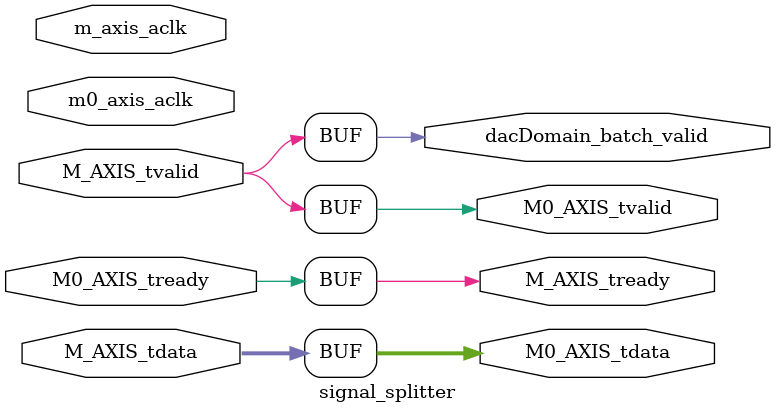
<source format=v>
`timescale 1ns / 1ps
module signal_splitter(input m_axis_aclk, m0_axis_aclk,
			input M_AXIS_tvalid,
			output M_AXIS_tready,
			input[255:0] M_AXIS_tdata,
			output M0_AXIS_tvalid,
			input M0_AXIS_tready,
			output[255:0] M0_AXIS_tdata,
			output dacDomain_batch_valid);
	assign M0_AXIS_tvalid = M_AXIS_tvalid;
	assign M_AXIS_tready = M0_AXIS_tready;
	assign M0_AXIS_tdata = M_AXIS_tdata;
	assign dacDomain_batch_valid = M_AXIS_tvalid;


endmodule 

</source>
